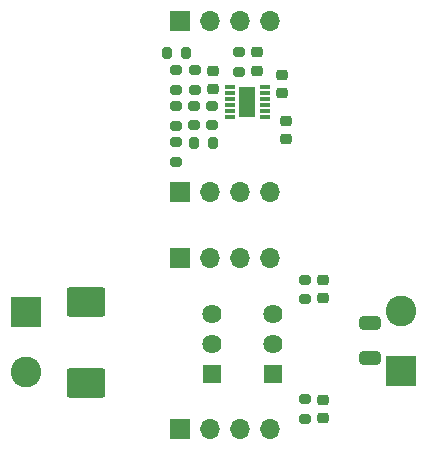
<source format=gbr>
%TF.GenerationSoftware,KiCad,Pcbnew,8.99.0-2194-gb3b7cbcab2*%
%TF.CreationDate,2024-10-21T15:03:13-04:00*%
%TF.ProjectId,shield,73686965-6c64-42e6-9b69-6361645f7063,V1.0*%
%TF.SameCoordinates,Original*%
%TF.FileFunction,Soldermask,Top*%
%TF.FilePolarity,Negative*%
%FSLAX46Y46*%
G04 Gerber Fmt 4.6, Leading zero omitted, Abs format (unit mm)*
G04 Created by KiCad (PCBNEW 8.99.0-2194-gb3b7cbcab2) date 2024-10-21 15:03:13*
%MOMM*%
%LPD*%
G01*
G04 APERTURE LIST*
G04 Aperture macros list*
%AMRoundRect*
0 Rectangle with rounded corners*
0 $1 Rounding radius*
0 $2 $3 $4 $5 $6 $7 $8 $9 X,Y pos of 4 corners*
0 Add a 4 corners polygon primitive as box body*
4,1,4,$2,$3,$4,$5,$6,$7,$8,$9,$2,$3,0*
0 Add four circle primitives for the rounded corners*
1,1,$1+$1,$2,$3*
1,1,$1+$1,$4,$5*
1,1,$1+$1,$6,$7*
1,1,$1+$1,$8,$9*
0 Add four rect primitives between the rounded corners*
20,1,$1+$1,$2,$3,$4,$5,0*
20,1,$1+$1,$4,$5,$6,$7,0*
20,1,$1+$1,$6,$7,$8,$9,0*
20,1,$1+$1,$8,$9,$2,$3,0*%
G04 Aperture macros list end*
%ADD10RoundRect,0.225000X0.250000X-0.225000X0.250000X0.225000X-0.250000X0.225000X-0.250000X-0.225000X0*%
%ADD11R,1.625600X1.625600*%
%ADD12C,1.625600*%
%ADD13RoundRect,0.250000X-0.650000X0.325000X-0.650000X-0.325000X0.650000X-0.325000X0.650000X0.325000X0*%
%ADD14RoundRect,0.250000X1.400000X1.000000X-1.400000X1.000000X-1.400000X-1.000000X1.400000X-1.000000X0*%
%ADD15RoundRect,0.200000X-0.275000X0.200000X-0.275000X-0.200000X0.275000X-0.200000X0.275000X0.200000X0*%
%ADD16RoundRect,0.200000X0.200000X0.275000X-0.200000X0.275000X-0.200000X-0.275000X0.200000X-0.275000X0*%
%ADD17R,0.900000X0.300000*%
%ADD18R,1.400000X2.600000*%
%ADD19RoundRect,0.225000X-0.250000X0.225000X-0.250000X-0.225000X0.250000X-0.225000X0.250000X0.225000X0*%
%ADD20RoundRect,0.218750X0.256250X-0.218750X0.256250X0.218750X-0.256250X0.218750X-0.256250X-0.218750X0*%
%ADD21R,1.700000X1.700000*%
%ADD22O,1.700000X1.700000*%
%ADD23RoundRect,0.200000X0.275000X-0.200000X0.275000X0.200000X-0.275000X0.200000X-0.275000X-0.200000X0*%
%ADD24RoundRect,0.218750X-0.256250X0.218750X-0.256250X-0.218750X0.256250X-0.218750X0.256250X0.218750X0*%
%ADD25R,2.600000X2.600000*%
%ADD26C,2.600000*%
G04 APERTURE END LIST*
D10*
%TO.C,C3*%
X157188085Y-122225283D03*
X157188085Y-120675283D03*
%TD*%
D11*
%TO.C,Q1*%
X147778085Y-118510283D03*
D12*
X147778085Y-115970283D03*
X147778085Y-113430283D03*
%TD*%
D13*
%TO.C,C5*%
X161148085Y-114165283D03*
X161148085Y-117115283D03*
%TD*%
D14*
%TO.C,D1*%
X137098085Y-119210283D03*
X137098085Y-112410283D03*
%TD*%
D15*
%TO.C,R7*%
X147816085Y-95790283D03*
X147816085Y-97440283D03*
%TD*%
D16*
%TO.C,R6*%
X145608085Y-91290283D03*
X143958085Y-91290283D03*
%TD*%
D17*
%TO.C,U1*%
X149322085Y-94216283D03*
X149322085Y-94716283D03*
X149322085Y-95216283D03*
X149322085Y-95716283D03*
X149322085Y-96216283D03*
X149322085Y-96716283D03*
X152222085Y-96716283D03*
X152222085Y-96216283D03*
X152222085Y-95716283D03*
X152222085Y-95216283D03*
X152222085Y-94716283D03*
X152222085Y-94216283D03*
D18*
X150772085Y-95466283D03*
%TD*%
D19*
%TO.C,C4*%
X154048085Y-97045283D03*
X154048085Y-98595283D03*
%TD*%
D15*
%TO.C,R11*%
X150028085Y-91245283D03*
X150028085Y-92895283D03*
%TD*%
D10*
%TO.C,C1*%
X147826085Y-94365283D03*
X147826085Y-92815283D03*
%TD*%
D16*
%TO.C,R8*%
X147886085Y-98885283D03*
X146236085Y-98885283D03*
%TD*%
D15*
%TO.C,R1*%
X146296085Y-92750283D03*
X146296085Y-94400283D03*
%TD*%
D20*
%TO.C,D3*%
X151568085Y-92837783D03*
X151568085Y-91262783D03*
%TD*%
D21*
%TO.C,J6*%
X145078085Y-123160283D03*
D22*
X147618085Y-123160283D03*
X150158085Y-123160283D03*
X152698085Y-123160283D03*
%TD*%
D15*
%TO.C,R9*%
X146286085Y-95790283D03*
X146286085Y-97440283D03*
%TD*%
%TO.C,R2*%
X144758085Y-95825283D03*
X144758085Y-97475283D03*
%TD*%
D11*
%TO.C,Q2*%
X152938085Y-118500283D03*
D12*
X152938085Y-115960283D03*
X152938085Y-113420283D03*
%TD*%
D19*
%TO.C,C2*%
X153686085Y-93135283D03*
X153686085Y-94685283D03*
%TD*%
D23*
%TO.C,R4*%
X155638085Y-122265283D03*
X155638085Y-120615283D03*
%TD*%
D15*
%TO.C,R5*%
X144758085Y-92760283D03*
X144758085Y-94410283D03*
%TD*%
D21*
%TO.C,J4*%
X145078085Y-103060283D03*
D22*
X147618085Y-103060283D03*
X150158085Y-103060283D03*
X152698085Y-103060283D03*
%TD*%
D15*
%TO.C,R3*%
X144748085Y-98860283D03*
X144748085Y-100510283D03*
%TD*%
D21*
%TO.C,J5*%
X145078085Y-108660283D03*
D22*
X147618085Y-108660283D03*
X150158085Y-108660283D03*
X152698085Y-108660283D03*
%TD*%
D24*
%TO.C,D2*%
X157208085Y-110500283D03*
X157208085Y-112075283D03*
%TD*%
D21*
%TO.C,J3*%
X145078085Y-88560283D03*
D22*
X147618085Y-88560283D03*
X150158085Y-88560283D03*
X152698085Y-88560283D03*
%TD*%
D23*
%TO.C,R10*%
X155648085Y-112135283D03*
X155648085Y-110485283D03*
%TD*%
D25*
%TO.C,J2*%
X163778085Y-118260283D03*
D26*
X163778085Y-113180283D03*
%TD*%
D25*
%TO.C,J1*%
X131988085Y-113230283D03*
D26*
X131988085Y-118310283D03*
%TD*%
M02*

</source>
